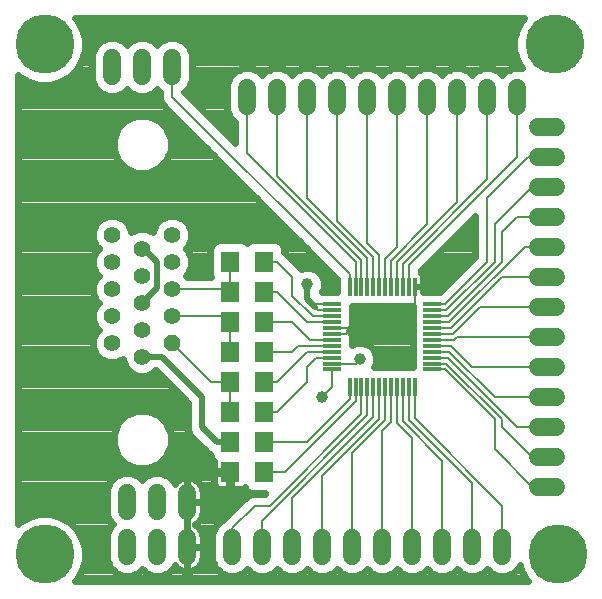
<source format=gtl>
G75*
G70*
%OFA0B0*%
%FSLAX24Y24*%
%IPPOS*%
%LPD*%
%AMOC8*
5,1,8,0,0,1.08239X$1,22.5*
%
%ADD10R,0.0591X0.0118*%
%ADD11R,0.0118X0.0591*%
%ADD12C,0.0554*%
%ADD13OC8,0.0554*%
%ADD14R,0.0630X0.0710*%
%ADD15C,0.0600*%
%ADD16C,0.0080*%
%ADD17C,0.0396*%
%ADD18C,0.0200*%
%ADD19C,0.0240*%
%ADD20C,0.1969*%
D10*
X013389Y007637D03*
X013389Y007834D03*
X013389Y008031D03*
X013389Y008228D03*
X013389Y008425D03*
X013389Y008622D03*
X013389Y008818D03*
X013389Y009015D03*
X013389Y009212D03*
X013389Y009409D03*
X013389Y009606D03*
X013389Y009803D03*
X016735Y009803D03*
X016735Y009606D03*
X016735Y009409D03*
X016735Y009212D03*
X016735Y009015D03*
X016735Y008818D03*
X016735Y008622D03*
X016735Y008425D03*
X016735Y008228D03*
X016735Y008031D03*
X016735Y007834D03*
X016735Y007637D03*
D11*
X016145Y007047D03*
X015948Y007047D03*
X015751Y007047D03*
X015554Y007047D03*
X015357Y007047D03*
X015160Y007047D03*
X014963Y007047D03*
X014767Y007047D03*
X014570Y007047D03*
X014373Y007047D03*
X014176Y007047D03*
X013979Y007047D03*
X013979Y010393D03*
X014176Y010393D03*
X014373Y010393D03*
X014570Y010393D03*
X014767Y010393D03*
X014963Y010393D03*
X015160Y010393D03*
X015357Y010393D03*
X015554Y010393D03*
X015751Y010393D03*
X015948Y010393D03*
X016145Y010393D03*
D12*
X008062Y010316D03*
X008062Y009416D03*
X007062Y009866D03*
X007062Y010766D03*
X006062Y011216D03*
X006062Y012116D03*
X007062Y011666D03*
X008062Y012116D03*
X008062Y011216D03*
X006062Y010316D03*
X006062Y009416D03*
X007062Y008966D03*
X007062Y008066D03*
X006062Y008516D03*
D13*
X008062Y008516D03*
D14*
X010002Y008220D03*
X010002Y007220D03*
X010002Y006220D03*
X010002Y005220D03*
X010002Y004220D03*
X011122Y004220D03*
X011122Y005220D03*
X011122Y006220D03*
X011122Y007220D03*
X011122Y008220D03*
X011122Y009220D03*
X011122Y010220D03*
X011122Y011220D03*
X010002Y011220D03*
X010002Y010220D03*
X010002Y009220D03*
D15*
X008562Y003520D02*
X008562Y002920D01*
X008562Y002020D02*
X008562Y001420D01*
X007562Y001420D02*
X007562Y002020D01*
X007562Y002920D02*
X007562Y003520D01*
X006562Y003520D02*
X006562Y002920D01*
X006562Y002020D02*
X006562Y001420D01*
X010062Y001420D02*
X010062Y002020D01*
X011062Y002020D02*
X011062Y001420D01*
X012062Y001420D02*
X012062Y002020D01*
X013062Y002020D02*
X013062Y001420D01*
X014062Y001420D02*
X014062Y002020D01*
X015062Y002020D02*
X015062Y001420D01*
X016062Y001420D02*
X016062Y002020D01*
X017062Y002020D02*
X017062Y001420D01*
X018062Y001420D02*
X018062Y002020D01*
X019062Y002020D02*
X019062Y001420D01*
X020262Y003720D02*
X020862Y003720D01*
X020862Y004720D02*
X020262Y004720D01*
X020262Y005720D02*
X020862Y005720D01*
X020862Y006720D02*
X020262Y006720D01*
X020262Y007720D02*
X020862Y007720D01*
X020862Y008720D02*
X020262Y008720D01*
X020262Y009720D02*
X020862Y009720D01*
X020862Y010720D02*
X020262Y010720D01*
X020262Y011720D02*
X020862Y011720D01*
X020862Y012720D02*
X020262Y012720D01*
X020262Y013720D02*
X020862Y013720D01*
X020862Y014720D02*
X020262Y014720D01*
X020262Y015720D02*
X020862Y015720D01*
X019562Y016420D02*
X019562Y017020D01*
X018562Y017020D02*
X018562Y016420D01*
X017562Y016420D02*
X017562Y017020D01*
X016562Y017020D02*
X016562Y016420D01*
X015562Y016420D02*
X015562Y017020D01*
X014562Y017020D02*
X014562Y016420D01*
X013562Y016420D02*
X013562Y017020D01*
X012562Y017020D02*
X012562Y016420D01*
X011562Y016420D02*
X011562Y017020D01*
X010562Y017020D02*
X010562Y016420D01*
X008062Y017420D02*
X008062Y018020D01*
X007062Y018020D02*
X007062Y017420D01*
X006062Y017420D02*
X006062Y018020D01*
D16*
X008062Y017720D02*
X008062Y016720D01*
X013979Y010803D01*
X013979Y010393D01*
X014176Y010393D02*
X014176Y011231D01*
X010562Y014845D01*
X010562Y016720D01*
X011562Y016720D02*
X011562Y014095D01*
X014373Y011284D01*
X014373Y010393D01*
X014570Y010393D02*
X014570Y011337D01*
X012562Y013345D01*
X012562Y016720D01*
X013562Y016720D02*
X013562Y012595D01*
X014767Y011390D01*
X014767Y010393D01*
X014963Y010393D02*
X014963Y011443D01*
X014562Y011845D01*
X014562Y016720D01*
X015562Y016720D02*
X015562Y011720D01*
X015160Y011318D01*
X015160Y010393D01*
X015357Y010393D02*
X015357Y011265D01*
X016562Y012470D01*
X016562Y016720D01*
X017562Y016720D02*
X017562Y013220D01*
X015554Y011212D01*
X015554Y010393D01*
X015751Y010393D02*
X015751Y011159D01*
X018562Y013970D01*
X018562Y016720D01*
X019562Y016720D02*
X019562Y014720D01*
X015948Y011106D01*
X015948Y010393D01*
X016145Y010393D02*
X016145Y010387D01*
X016187Y010345D01*
X016145Y010393D02*
X016145Y009553D01*
X015812Y009220D01*
X015607Y009015D01*
X014062Y009015D01*
X013865Y008818D01*
X013389Y008818D01*
X013389Y008622D02*
X012660Y008622D01*
X012062Y009220D01*
X011122Y009220D01*
X011122Y008220D02*
X012062Y008220D01*
X012267Y008425D01*
X013389Y008425D01*
X013389Y008228D02*
X013381Y008220D01*
X012562Y008220D01*
X011562Y007220D01*
X011122Y007220D01*
X011122Y006220D02*
X011562Y006220D01*
X012562Y007220D01*
X012562Y007720D01*
X012873Y008031D01*
X013389Y008031D01*
X013389Y007834D02*
X014176Y007834D01*
X014312Y007970D01*
X014373Y007047D02*
X014373Y006156D01*
X011312Y003095D01*
X010812Y003095D01*
X010062Y002345D01*
X010062Y001720D01*
X011062Y001720D02*
X011062Y002595D01*
X014570Y006103D01*
X014570Y007047D01*
X014767Y007047D02*
X014767Y006050D01*
X012062Y003345D01*
X012062Y001720D01*
X013062Y001720D02*
X013062Y004095D01*
X014963Y005997D01*
X014963Y007047D01*
X015160Y007047D02*
X015160Y005943D01*
X014062Y004845D01*
X014062Y001720D01*
X015062Y001720D02*
X015062Y005595D01*
X015357Y005890D01*
X015357Y007047D01*
X015554Y007047D02*
X015554Y005853D01*
X016062Y005345D01*
X016062Y001720D01*
X017062Y001720D02*
X017062Y004595D01*
X015751Y005906D01*
X015751Y007047D01*
X015948Y007047D02*
X015948Y005959D01*
X018062Y003845D01*
X018062Y001720D01*
X019062Y001720D02*
X019062Y003095D01*
X016145Y006012D01*
X016145Y007047D01*
X016735Y007637D02*
X017145Y007637D01*
X018812Y005970D01*
X018812Y004970D01*
X020062Y003720D01*
X020562Y003720D01*
X020562Y004720D02*
X020062Y004720D01*
X019062Y005720D01*
X019062Y005970D01*
X017198Y007834D01*
X016735Y007834D01*
X016735Y008031D02*
X017251Y008031D01*
X019562Y005720D01*
X020562Y005720D01*
X020562Y006720D02*
X018812Y006720D01*
X017304Y008228D01*
X016735Y008228D01*
X016735Y008425D02*
X017357Y008425D01*
X018062Y007720D01*
X020562Y007720D01*
X020562Y008720D02*
X017562Y008720D01*
X017463Y008622D01*
X016735Y008622D01*
X016735Y008818D02*
X017410Y008818D01*
X018312Y009720D01*
X020562Y009720D01*
X020562Y010720D02*
X019062Y010720D01*
X017357Y009015D01*
X016735Y009015D01*
X016735Y009212D02*
X017304Y009212D01*
X019812Y011720D01*
X020562Y011720D01*
X020562Y012720D02*
X019562Y012720D01*
X019062Y012220D01*
X019062Y011220D01*
X017251Y009409D01*
X016735Y009409D01*
X016735Y009606D02*
X017198Y009606D01*
X018812Y011220D01*
X018812Y012470D01*
X020062Y013720D01*
X020562Y013720D01*
X020562Y014720D02*
X019937Y014720D01*
X018562Y013345D01*
X018562Y011220D01*
X017145Y009803D01*
X016735Y009803D01*
X016735Y010393D02*
X017062Y010720D01*
X014062Y009015D02*
X013389Y009015D01*
X013389Y009212D02*
X012570Y009212D01*
X011562Y010220D01*
X011122Y010220D01*
X012062Y010095D02*
X012062Y010720D01*
X011562Y011220D01*
X011122Y011220D01*
X010002Y011220D02*
X010002Y010220D01*
X009906Y010316D01*
X008062Y010316D01*
X008062Y009416D02*
X009806Y009416D01*
X010002Y009220D01*
X010002Y008220D01*
X010002Y007220D02*
X009358Y007220D01*
X008062Y008516D01*
X010002Y007220D02*
X010002Y006220D01*
X011122Y005220D02*
X012562Y005220D01*
X013979Y006637D01*
X013979Y007047D01*
X014176Y007047D02*
X014176Y006584D01*
X011812Y004220D01*
X011122Y004220D01*
X010002Y004220D02*
X009062Y004220D01*
X013062Y006720D02*
X013389Y007047D01*
X013389Y007637D01*
X013389Y009409D02*
X012748Y009409D01*
X012062Y010095D01*
X012812Y009720D02*
X012926Y009606D01*
X013389Y009606D01*
X013389Y009803D02*
X012895Y009803D01*
X012812Y009720D01*
D17*
X012562Y010470D03*
X014312Y007970D03*
X013062Y006720D03*
X015812Y009220D03*
X017062Y010720D03*
X009062Y004220D03*
D18*
X009562Y005220D02*
X009062Y005720D01*
X009062Y006720D01*
X007716Y008066D01*
X007062Y008066D01*
X007062Y009845D02*
X007562Y010345D01*
X007562Y011220D01*
X007116Y011666D01*
X007062Y011666D01*
X012562Y010470D02*
X012562Y009970D01*
X012812Y009720D01*
X016187Y010345D02*
X016235Y010393D01*
X016735Y010393D01*
X010002Y005220D02*
X009562Y005220D01*
D19*
X002922Y002481D02*
X002922Y017459D01*
X002986Y017394D01*
X003293Y017217D01*
X003635Y017126D01*
X003989Y017126D01*
X004331Y017217D01*
X004637Y017394D01*
X004888Y017645D01*
X005065Y017951D01*
X005156Y018293D01*
X005156Y018647D01*
X005065Y018989D01*
X004888Y019295D01*
X004823Y019360D01*
X019801Y019360D01*
X019736Y019295D01*
X019559Y018989D01*
X019468Y018647D01*
X019468Y018293D01*
X019559Y017951D01*
X019723Y017668D01*
X019693Y017680D01*
X019431Y017680D01*
X019188Y017580D01*
X019062Y017453D01*
X018936Y017580D01*
X018693Y017680D01*
X018431Y017680D01*
X018188Y017580D01*
X018062Y017453D01*
X017936Y017580D01*
X017693Y017680D01*
X017431Y017680D01*
X017188Y017580D01*
X017062Y017453D01*
X016936Y017580D01*
X016693Y017680D01*
X016431Y017680D01*
X016188Y017580D01*
X016062Y017453D01*
X015936Y017580D01*
X015693Y017680D01*
X015431Y017680D01*
X015188Y017580D01*
X015062Y017453D01*
X014936Y017580D01*
X014693Y017680D01*
X014431Y017680D01*
X014188Y017580D01*
X014062Y017453D01*
X013936Y017580D01*
X013693Y017680D01*
X013431Y017680D01*
X013188Y017580D01*
X013062Y017453D01*
X012936Y017580D01*
X012693Y017680D01*
X012431Y017680D01*
X012188Y017580D01*
X012062Y017453D01*
X011936Y017580D01*
X011693Y017680D01*
X011431Y017680D01*
X011188Y017580D01*
X011062Y017453D01*
X010936Y017580D01*
X010693Y017680D01*
X010431Y017680D01*
X010188Y017580D01*
X010002Y017394D01*
X009902Y017151D01*
X009902Y016289D01*
X010002Y016046D01*
X010162Y015887D01*
X010162Y015186D01*
X008462Y016886D01*
X008462Y016887D01*
X008621Y017046D01*
X008722Y017289D01*
X008722Y018151D01*
X008621Y018394D01*
X008436Y018580D01*
X008193Y018680D01*
X007931Y018680D01*
X007688Y018580D01*
X007562Y018453D01*
X007436Y018580D01*
X007193Y018680D01*
X006931Y018680D01*
X006688Y018580D01*
X006562Y018453D01*
X006436Y018580D01*
X006193Y018680D01*
X005931Y018680D01*
X005688Y018580D01*
X005502Y018394D01*
X005402Y018151D01*
X005402Y017289D01*
X005502Y017046D01*
X005688Y016860D01*
X005931Y016760D01*
X006193Y016760D01*
X006436Y016860D01*
X006562Y016987D01*
X006688Y016860D01*
X006931Y016760D01*
X007193Y016760D01*
X007436Y016860D01*
X007562Y016987D01*
X007662Y016887D01*
X007662Y016640D01*
X007723Y016493D01*
X007835Y016381D01*
X013560Y010656D01*
X013560Y010222D01*
X013063Y010222D01*
X013120Y010359D01*
X013120Y010581D01*
X013035Y010786D01*
X012878Y010943D01*
X012673Y011028D01*
X012451Y011028D01*
X012358Y010990D01*
X011901Y011447D01*
X011797Y011551D01*
X011797Y011647D01*
X011742Y011779D01*
X011641Y011880D01*
X011508Y011935D01*
X010735Y011935D01*
X010603Y011880D01*
X010562Y011839D01*
X010521Y011880D01*
X010389Y011935D01*
X009615Y011935D01*
X009483Y011880D01*
X009382Y011779D01*
X009327Y011647D01*
X009327Y010793D01*
X009358Y010720D01*
X009356Y010716D01*
X008563Y010716D01*
X008513Y010766D01*
X008602Y010855D01*
X008699Y011089D01*
X008699Y011342D01*
X008602Y011577D01*
X008513Y011666D01*
X008602Y011755D01*
X008699Y011989D01*
X008699Y012242D01*
X008602Y012477D01*
X008423Y012656D01*
X008189Y012753D01*
X007935Y012753D01*
X007701Y012656D01*
X007522Y012477D01*
X007425Y012242D01*
X007425Y012204D01*
X007423Y012206D01*
X007189Y012303D01*
X006935Y012303D01*
X006701Y012206D01*
X006699Y012204D01*
X006699Y012242D01*
X006602Y012477D01*
X006423Y012656D01*
X006189Y012753D01*
X005935Y012753D01*
X005701Y012656D01*
X005522Y012477D01*
X005425Y012242D01*
X005425Y011989D01*
X005522Y011755D01*
X005611Y011666D01*
X005522Y011577D01*
X005425Y011342D01*
X005425Y011089D01*
X005522Y010855D01*
X005611Y010766D01*
X005522Y010677D01*
X005425Y010442D01*
X005425Y010189D01*
X005522Y009955D01*
X005611Y009866D01*
X005522Y009777D01*
X005425Y009542D01*
X005425Y009289D01*
X005522Y009055D01*
X005611Y008966D01*
X005522Y008877D01*
X005425Y008642D01*
X005425Y008389D01*
X005522Y008155D01*
X005701Y007976D01*
X005935Y007879D01*
X006189Y007879D01*
X006423Y007976D01*
X006425Y007977D01*
X006425Y007939D01*
X006522Y007705D01*
X006701Y007526D01*
X006935Y007429D01*
X007189Y007429D01*
X007423Y007526D01*
X007503Y007606D01*
X007526Y007606D01*
X008602Y006529D01*
X008602Y005628D01*
X008672Y005459D01*
X008801Y005330D01*
X009301Y004830D01*
X009327Y004819D01*
X009327Y004793D01*
X009382Y004661D01*
X009467Y004576D01*
X009467Y004257D01*
X009965Y004257D01*
X009965Y004183D01*
X010040Y004183D01*
X010040Y003645D01*
X010346Y003645D01*
X010402Y003660D01*
X010452Y003689D01*
X010479Y003716D01*
X010502Y003661D01*
X010603Y003560D01*
X010735Y003505D01*
X011156Y003505D01*
X011146Y003495D01*
X010732Y003495D01*
X010585Y003434D01*
X010473Y003322D01*
X009761Y002610D01*
X009688Y002580D01*
X009502Y002394D01*
X009402Y002151D01*
X009402Y001289D01*
X009502Y001046D01*
X009688Y000860D01*
X009931Y000760D01*
X010193Y000760D01*
X010436Y000860D01*
X010562Y000987D01*
X010688Y000860D01*
X010931Y000760D01*
X011193Y000760D01*
X011436Y000860D01*
X011562Y000987D01*
X011688Y000860D01*
X011931Y000760D01*
X012193Y000760D01*
X012436Y000860D01*
X012562Y000987D01*
X012688Y000860D01*
X012931Y000760D01*
X013193Y000760D01*
X013436Y000860D01*
X013562Y000987D01*
X013688Y000860D01*
X013931Y000760D01*
X014193Y000760D01*
X014436Y000860D01*
X014562Y000987D01*
X014688Y000860D01*
X014931Y000760D01*
X015193Y000760D01*
X015436Y000860D01*
X015562Y000987D01*
X015688Y000860D01*
X015931Y000760D01*
X016193Y000760D01*
X016436Y000860D01*
X016562Y000987D01*
X016688Y000860D01*
X016931Y000760D01*
X017193Y000760D01*
X017436Y000860D01*
X017562Y000987D01*
X017688Y000860D01*
X017931Y000760D01*
X018193Y000760D01*
X018436Y000860D01*
X018562Y000987D01*
X018688Y000860D01*
X018931Y000760D01*
X019193Y000760D01*
X019436Y000860D01*
X019621Y001046D01*
X019644Y001101D01*
X019684Y000951D01*
X019861Y000645D01*
X019926Y000580D01*
X004823Y000580D01*
X004888Y000645D01*
X005065Y000951D01*
X005156Y001293D01*
X005156Y001647D01*
X005065Y001989D01*
X004888Y002295D01*
X004637Y002546D01*
X004331Y002723D01*
X003989Y002814D01*
X003635Y002814D01*
X003293Y002723D01*
X002986Y002546D01*
X002922Y002481D01*
X002922Y002605D02*
X003089Y002605D01*
X002922Y002844D02*
X005902Y002844D01*
X005902Y002789D02*
X006002Y002546D01*
X006079Y002470D01*
X006002Y002394D01*
X005902Y002151D01*
X005902Y001289D01*
X006002Y001046D01*
X006188Y000860D01*
X006431Y000760D01*
X006693Y000760D01*
X006936Y000860D01*
X007062Y000987D01*
X007188Y000860D01*
X007431Y000760D01*
X007693Y000760D01*
X007936Y000860D01*
X008121Y001046D01*
X008147Y001107D01*
X008165Y001081D01*
X008223Y001023D01*
X008289Y000975D01*
X008362Y000938D01*
X008440Y000913D01*
X008521Y000900D01*
X008562Y000900D01*
X008603Y000900D01*
X008684Y000913D01*
X008761Y000938D01*
X008834Y000975D01*
X008901Y001023D01*
X008959Y001081D01*
X009007Y001147D01*
X009044Y001220D01*
X009069Y001298D01*
X009082Y001379D01*
X009082Y001720D01*
X009082Y002061D01*
X009069Y002142D01*
X009044Y002220D01*
X009007Y002293D01*
X008959Y002359D01*
X008901Y002417D01*
X008834Y002465D01*
X008824Y002470D01*
X008834Y002475D01*
X008901Y002523D01*
X008959Y002581D01*
X009007Y002647D01*
X009044Y002720D01*
X009069Y002798D01*
X009082Y002879D01*
X009082Y003220D01*
X009082Y003561D01*
X009069Y003642D01*
X009044Y003720D01*
X009007Y003793D01*
X008959Y003859D01*
X008901Y003917D01*
X008834Y003965D01*
X008761Y004002D01*
X008684Y004027D01*
X008603Y004040D01*
X008562Y004040D01*
X008562Y003220D01*
X009082Y003220D01*
X008562Y003220D01*
X008562Y003220D01*
X008562Y003220D01*
X008562Y002540D01*
X008562Y001720D01*
X009082Y001720D01*
X008562Y001720D01*
X008562Y001720D01*
X008562Y000900D01*
X008562Y001720D01*
X008562Y001720D01*
X008562Y001720D01*
X008562Y003220D01*
X008562Y003220D01*
X008562Y004040D01*
X008521Y004040D01*
X008440Y004027D01*
X008362Y004002D01*
X008289Y003965D01*
X008223Y003917D01*
X008165Y003859D01*
X008147Y003833D01*
X008121Y003894D01*
X007936Y004080D01*
X007693Y004180D01*
X007431Y004180D01*
X007188Y004080D01*
X007062Y003953D01*
X006936Y004080D01*
X006693Y004180D01*
X006431Y004180D01*
X006188Y004080D01*
X006002Y003894D01*
X005902Y003651D01*
X005902Y002789D01*
X005978Y002605D02*
X004535Y002605D01*
X004816Y002367D02*
X005991Y002367D01*
X005902Y002128D02*
X004984Y002128D01*
X005091Y001890D02*
X005902Y001890D01*
X005902Y001651D02*
X005155Y001651D01*
X005156Y001413D02*
X005902Y001413D01*
X005949Y001174D02*
X005124Y001174D01*
X005056Y000936D02*
X006113Y000936D01*
X007011Y000936D02*
X007113Y000936D01*
X008011Y000936D02*
X008370Y000936D01*
X008562Y000936D02*
X008562Y000936D01*
X008754Y000936D02*
X009613Y000936D01*
X009449Y001174D02*
X009020Y001174D01*
X009082Y001413D02*
X009402Y001413D01*
X009402Y001651D02*
X009082Y001651D01*
X009082Y001890D02*
X009402Y001890D01*
X009402Y002128D02*
X009071Y002128D01*
X008951Y002367D02*
X009491Y002367D01*
X009750Y002605D02*
X008976Y002605D01*
X009076Y002844D02*
X009995Y002844D01*
X010233Y003082D02*
X009082Y003082D01*
X009082Y003321D02*
X010472Y003321D01*
X010605Y003559D02*
X009082Y003559D01*
X009003Y003798D02*
X009477Y003798D01*
X009482Y003780D02*
X009467Y003836D01*
X009467Y004183D01*
X009965Y004183D01*
X009965Y003645D01*
X009658Y003645D01*
X009602Y003660D01*
X009552Y003689D01*
X009511Y003730D01*
X009482Y003780D01*
X009467Y004036D02*
X008628Y004036D01*
X008562Y004036D02*
X008562Y004036D01*
X008496Y004036D02*
X007979Y004036D01*
X007600Y004493D02*
X007868Y004760D01*
X008012Y005110D01*
X008012Y005488D01*
X007868Y005837D01*
X007600Y006105D01*
X007251Y006249D01*
X006873Y006249D01*
X006523Y006105D01*
X006256Y005837D01*
X006111Y005488D01*
X006111Y005110D01*
X006256Y004760D01*
X006523Y004493D01*
X006873Y004348D01*
X007251Y004348D01*
X007600Y004493D01*
X007620Y004513D02*
X009467Y004513D01*
X009467Y004275D02*
X002922Y004275D01*
X002922Y004513D02*
X006503Y004513D01*
X006265Y004752D02*
X002922Y004752D01*
X002922Y004990D02*
X006161Y004990D01*
X006111Y005229D02*
X002922Y005229D01*
X002922Y005467D02*
X006111Y005467D01*
X006202Y005706D02*
X002922Y005706D01*
X002922Y005944D02*
X006363Y005944D01*
X006712Y006183D02*
X002922Y006183D01*
X002922Y006421D02*
X008602Y006421D01*
X008602Y006183D02*
X007412Y006183D01*
X007761Y005944D02*
X008602Y005944D01*
X008602Y005706D02*
X007922Y005706D01*
X008012Y005467D02*
X008669Y005467D01*
X008903Y005229D02*
X008012Y005229D01*
X007963Y004990D02*
X009141Y004990D01*
X009344Y004752D02*
X007859Y004752D01*
X007145Y004036D02*
X006979Y004036D01*
X006145Y004036D02*
X002922Y004036D01*
X002922Y003798D02*
X005962Y003798D01*
X005902Y003559D02*
X002922Y003559D01*
X002922Y003321D02*
X005902Y003321D01*
X005902Y003082D02*
X002922Y003082D01*
X004918Y000697D02*
X019831Y000697D01*
X019693Y000936D02*
X019511Y000936D01*
X018613Y000936D02*
X018511Y000936D01*
X017613Y000936D02*
X017511Y000936D01*
X016613Y000936D02*
X016511Y000936D01*
X015613Y000936D02*
X015511Y000936D01*
X014613Y000936D02*
X014511Y000936D01*
X013613Y000936D02*
X013511Y000936D01*
X012613Y000936D02*
X012511Y000936D01*
X011613Y000936D02*
X011511Y000936D01*
X010613Y000936D02*
X010511Y000936D01*
X008562Y001174D02*
X008562Y001174D01*
X008562Y001413D02*
X008562Y001413D01*
X008562Y001651D02*
X008562Y001651D01*
X008562Y001890D02*
X008562Y001890D01*
X008562Y002128D02*
X008562Y002128D01*
X008562Y002367D02*
X008562Y002367D01*
X008562Y002605D02*
X008562Y002605D01*
X008562Y002844D02*
X008562Y002844D01*
X008562Y003082D02*
X008562Y003082D01*
X008562Y003321D02*
X008562Y003321D01*
X008562Y003559D02*
X008562Y003559D01*
X008562Y003798D02*
X008562Y003798D01*
X009965Y003798D02*
X010040Y003798D01*
X010040Y004036D02*
X009965Y004036D01*
X008472Y006660D02*
X002922Y006660D01*
X002922Y006898D02*
X008233Y006898D01*
X007995Y007137D02*
X002922Y007137D01*
X002922Y007375D02*
X007756Y007375D01*
X006613Y007614D02*
X002922Y007614D01*
X002922Y007852D02*
X006461Y007852D01*
X005586Y008091D02*
X002922Y008091D01*
X002922Y008329D02*
X005450Y008329D01*
X005425Y008568D02*
X002922Y008568D01*
X002922Y008806D02*
X005492Y008806D01*
X005532Y009045D02*
X002922Y009045D01*
X002922Y009283D02*
X005427Y009283D01*
X005425Y009522D02*
X002922Y009522D01*
X002922Y009760D02*
X005515Y009760D01*
X005504Y009999D02*
X002922Y009999D01*
X002922Y010237D02*
X005425Y010237D01*
X005438Y010476D02*
X002922Y010476D01*
X002922Y010714D02*
X005559Y010714D01*
X005481Y010953D02*
X002922Y010953D01*
X002922Y011191D02*
X005425Y011191D01*
X005461Y011430D02*
X002922Y011430D01*
X002922Y011668D02*
X005608Y011668D01*
X005459Y011907D02*
X002922Y011907D01*
X002922Y012145D02*
X005425Y012145D01*
X005483Y012384D02*
X002922Y012384D01*
X002922Y012622D02*
X005667Y012622D01*
X006457Y012622D02*
X007667Y012622D01*
X007483Y012384D02*
X006641Y012384D01*
X008457Y012622D02*
X011594Y012622D01*
X011833Y012384D02*
X008641Y012384D01*
X008699Y012145D02*
X012071Y012145D01*
X012310Y011907D02*
X011577Y011907D01*
X011788Y011668D02*
X012548Y011668D01*
X012787Y011430D02*
X011918Y011430D01*
X012157Y011191D02*
X013025Y011191D01*
X012855Y010953D02*
X013264Y010953D01*
X013065Y010714D02*
X013502Y010714D01*
X013560Y010476D02*
X013120Y010476D01*
X013069Y010237D02*
X013560Y010237D01*
X014044Y009738D02*
X016078Y009738D01*
X016080Y009739D01*
X016080Y007702D01*
X016078Y007702D01*
X014805Y007702D01*
X014870Y007859D01*
X014870Y008081D01*
X014785Y008286D01*
X014628Y008443D01*
X014423Y008528D01*
X014201Y008528D01*
X014044Y008463D01*
X014044Y008752D01*
X013989Y008885D01*
X013957Y008917D01*
X013989Y008949D01*
X014044Y009081D01*
X014044Y009738D01*
X014044Y009522D02*
X016080Y009522D01*
X016080Y009283D02*
X014044Y009283D01*
X014029Y009045D02*
X016080Y009045D01*
X016080Y008806D02*
X014022Y008806D01*
X014044Y008568D02*
X016080Y008568D01*
X016080Y008329D02*
X014742Y008329D01*
X014866Y008091D02*
X016080Y008091D01*
X016080Y007852D02*
X014867Y007852D01*
X016424Y010222D02*
X016424Y010393D01*
X016367Y010393D01*
X016367Y010393D01*
X016424Y010393D01*
X016424Y010717D01*
X016409Y010773D01*
X016380Y010824D01*
X016348Y010856D01*
X016348Y010940D01*
X018162Y012754D01*
X018162Y011386D01*
X016998Y010222D01*
X016424Y010222D01*
X016424Y010237D02*
X017013Y010237D01*
X017252Y010476D02*
X016424Y010476D01*
X016424Y010714D02*
X017490Y010714D01*
X017729Y010953D02*
X016360Y010953D01*
X016599Y011191D02*
X017967Y011191D01*
X018162Y011430D02*
X016837Y011430D01*
X017076Y011668D02*
X018162Y011668D01*
X018162Y011907D02*
X017314Y011907D01*
X017553Y012145D02*
X018162Y012145D01*
X018162Y012384D02*
X017791Y012384D01*
X018030Y012622D02*
X018162Y012622D01*
X018311Y017631D02*
X017813Y017631D01*
X017311Y017631D02*
X016813Y017631D01*
X016311Y017631D02*
X015813Y017631D01*
X015311Y017631D02*
X014813Y017631D01*
X014311Y017631D02*
X013813Y017631D01*
X013311Y017631D02*
X012813Y017631D01*
X012311Y017631D02*
X011813Y017631D01*
X011311Y017631D02*
X010813Y017631D01*
X010311Y017631D02*
X008722Y017631D01*
X008722Y017869D02*
X019607Y017869D01*
X019517Y018108D02*
X008722Y018108D01*
X008641Y018346D02*
X019468Y018346D01*
X019468Y018585D02*
X008424Y018585D01*
X007700Y018585D02*
X007424Y018585D01*
X006700Y018585D02*
X006424Y018585D01*
X005700Y018585D02*
X005156Y018585D01*
X005156Y018346D02*
X005483Y018346D01*
X005402Y018108D02*
X005106Y018108D01*
X005017Y017869D02*
X005402Y017869D01*
X005402Y017631D02*
X004873Y017631D01*
X004633Y017392D02*
X005402Y017392D01*
X005458Y017154D02*
X004093Y017154D01*
X003531Y017154D02*
X002922Y017154D01*
X002922Y017392D02*
X002991Y017392D01*
X002922Y016915D02*
X005633Y016915D01*
X006490Y016915D02*
X006633Y016915D01*
X007490Y016915D02*
X007633Y016915D01*
X007662Y016677D02*
X002922Y016677D01*
X002922Y016438D02*
X007778Y016438D01*
X008017Y016200D02*
X002922Y016200D01*
X002922Y015961D02*
X006557Y015961D01*
X006523Y015947D02*
X006256Y015680D01*
X006111Y015330D01*
X006111Y014952D01*
X006256Y014603D01*
X006523Y014335D01*
X006873Y014191D01*
X007251Y014191D01*
X007600Y014335D01*
X007868Y014603D01*
X008012Y014952D01*
X008012Y015330D01*
X007868Y015680D01*
X007600Y015947D01*
X007251Y016092D01*
X006873Y016092D01*
X006523Y015947D01*
X006299Y015723D02*
X002922Y015723D01*
X002922Y015484D02*
X006175Y015484D01*
X006111Y015246D02*
X002922Y015246D01*
X002922Y015007D02*
X006111Y015007D01*
X006187Y014769D02*
X002922Y014769D01*
X002922Y014530D02*
X006329Y014530D01*
X006629Y014292D02*
X002922Y014292D01*
X002922Y014053D02*
X010163Y014053D01*
X009925Y014292D02*
X007494Y014292D01*
X007795Y014530D02*
X009686Y014530D01*
X009448Y014769D02*
X007936Y014769D01*
X008012Y015007D02*
X009209Y015007D01*
X008971Y015246D02*
X008012Y015246D01*
X007949Y015484D02*
X008732Y015484D01*
X008494Y015723D02*
X007825Y015723D01*
X007567Y015961D02*
X008255Y015961D01*
X008910Y016438D02*
X009902Y016438D01*
X009902Y016677D02*
X008671Y016677D01*
X008490Y016915D02*
X009902Y016915D01*
X009903Y017154D02*
X008666Y017154D01*
X008722Y017392D02*
X010002Y017392D01*
X009939Y016200D02*
X009148Y016200D01*
X009387Y015961D02*
X010087Y015961D01*
X010162Y015723D02*
X009625Y015723D01*
X009864Y015484D02*
X010162Y015484D01*
X010162Y015246D02*
X010102Y015246D01*
X010402Y013815D02*
X002922Y013815D01*
X002922Y013576D02*
X010640Y013576D01*
X010879Y013338D02*
X002922Y013338D01*
X002922Y013099D02*
X011117Y013099D01*
X011356Y012861D02*
X002922Y012861D01*
X008515Y011668D02*
X009336Y011668D01*
X009327Y011430D02*
X008663Y011430D01*
X008699Y011191D02*
X009327Y011191D01*
X009327Y010953D02*
X008643Y010953D01*
X008665Y011907D02*
X009547Y011907D01*
X010457Y011907D02*
X010667Y011907D01*
X005109Y018823D02*
X019515Y018823D01*
X019601Y019062D02*
X005023Y019062D01*
X004883Y019300D02*
X019741Y019300D01*
X019311Y017631D02*
X018813Y017631D01*
D20*
X020812Y018470D03*
X003812Y018470D03*
X003812Y001470D03*
X020937Y001470D03*
M02*

</source>
